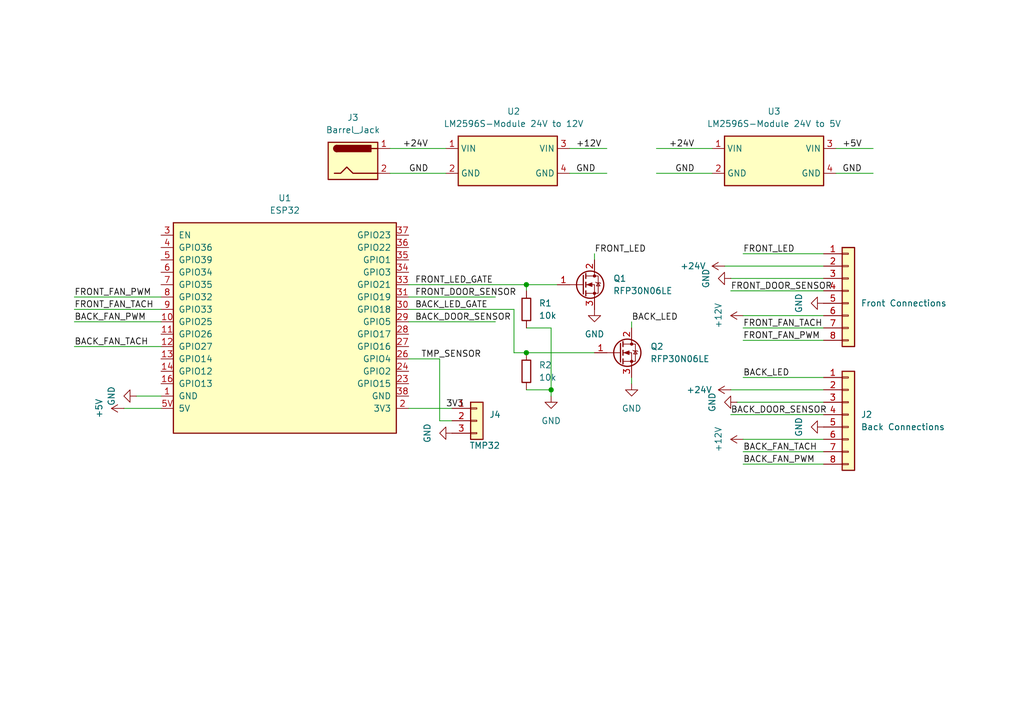
<source format=kicad_sch>
(kicad_sch (version 20250114) (generator "eeschema") (generator_version "9.0")
  (paper "A5")
  (title_block (title "Server Rack Light and Fan Control") (date "2025-09-29") (rev "1") (comment 1 "For DIY Quiet Server Rack") (comment 2 "Controls 24V LED strips, 12V fans, door sensors, and temperature sensor"))
  (lib_symbols
    (symbol "Connector:Barrel_Jack" (pin_names (offset 1.016))
      (property "Reference" "J" (at 0 5.334 0))
      (property "Value" "Barrel_Jack" (at 0 -5.08 0))
      (symbol "Barrel_Jack_0_1"
        (rectangle (start -5.08 3.81) (end 5.08 -3.81) (stroke (width 0.254)) (fill (type background)))
        (polyline (pts (xy -3.81 -2.54) (xy -2.54 -2.54) (xy -1.27 -1.27) (xy 0 -2.54) (xy 2.54 -2.54) (xy 5.08 -2.54)) (stroke (width 0.254)))
        (arc (start -3.302 1.905) (mid -3.9343 2.54) (end -3.302 3.175) (stroke (width 0.254)))
        (arc (start -3.302 1.905) (mid -3.9343 2.54) (end -3.302 3.175) (stroke (width 0.254)) (fill (type outline)))
        (rectangle (start 3.683 3.175) (end -3.302 1.905) (stroke (width 0.254)) (fill (type outline)))
        (polyline (pts (xy 5.08 2.54) (xy 3.81 2.54)) (stroke (width 0.254)))
      )
      (symbol "Barrel_Jack_1_1"
        (pin passive line (at 7.62 2.54 180) (length 2.54) (name "~") (number "1"))
        (pin passive line (at 7.62 -2.54 180) (length 2.54) (name "~") (number "2"))
      )
    )
    (symbol "Connector_Generic:Conn_01x03" (pin_names (offset 1.016) (hide yes))
      (property "Reference" "J" (at 0 5.08 0))
      (property "Value" "Conn_01x03" (at 0 -5.08 0))
      (symbol "Conn_01x03_1_1"
        (rectangle (start -1.27 3.81) (end 1.27 -3.81) (stroke (width 0.254)) (fill (type background)))
        (rectangle (start -1.27 2.667) (end 0 2.413) (stroke (width 0.1524)))
        (rectangle (start -1.27 0.127) (end 0 -0.127) (stroke (width 0.1524)))
        (rectangle (start -1.27 -2.413) (end 0 -2.667) (stroke (width 0.1524)))
        (pin passive line (at -5.08 2.54 0) (length 3.81) (name "Pin_1") (number "1"))
        (pin passive line (at -5.08 0 0) (length 3.81) (name "Pin_2") (number "2"))
        (pin passive line (at -5.08 -2.54 0) (length 3.81) (name "Pin_3") (number "3"))
      )
    )
    (symbol "Connector_Generic:Conn_01x08" (pin_names (offset 1.016) (hide yes))
      (property "Reference" "J" (at 0 10.16 0))
      (property "Value" "Conn_01x08" (at 0 -12.7 0))
      (symbol "Conn_01x08_1_1"
        (rectangle (start -1.27 8.89) (end 1.27 -11.43) (stroke (width 0.254)) (fill (type background)))
        (rectangle (start -1.27 7.747) (end 0 7.493) (stroke (width 0.1524)))
        (rectangle (start -1.27 5.207) (end 0 4.953) (stroke (width 0.1524)))
        (rectangle (start -1.27 2.667) (end 0 2.413) (stroke (width 0.1524)))
        (rectangle (start -1.27 0.127) (end 0 -0.127) (stroke (width 0.1524)))
        (rectangle (start -1.27 -2.413) (end 0 -2.667) (stroke (width 0.1524)))
        (rectangle (start -1.27 -4.953) (end 0 -5.207) (stroke (width 0.1524)))
        (rectangle (start -1.27 -7.493) (end 0 -7.747) (stroke (width 0.1524)))
        (rectangle (start -1.27 -10.033) (end 0 -10.287) (stroke (width 0.1524)))
        (pin passive line (at -5.08 7.62 0) (length 3.81) (name "Pin_1") (number "1"))
        (pin passive line (at -5.08 5.08 0) (length 3.81) (name "Pin_2") (number "2"))
        (pin passive line (at -5.08 2.54 0) (length 3.81) (name "Pin_3") (number "3"))
        (pin passive line (at -5.08 0 0) (length 3.81) (name "Pin_4") (number "4"))
        (pin passive line (at -5.08 -2.54 0) (length 3.81) (name "Pin_5") (number "5"))
        (pin passive line (at -5.08 -5.08 0) (length 3.81) (name "Pin_6") (number "6"))
        (pin passive line (at -5.08 -7.62 0) (length 3.81) (name "Pin_7") (number "7"))
        (pin passive line (at -5.08 -10.16 0) (length 3.81) (name "Pin_8") (number "8"))
      )
    )
    (symbol "PCM_SL_Resistors:10k"
      (property "Reference" "R" (at 0 5.08 0))
      (property "Value" "10k" (at 0 2.54 0))
      (symbol "10k_0_1"
        (rectangle (start -2.286 0.889) (end 2.286 -0.889) (stroke (width 0.24)))
      )
      (symbol "10k_1_1"
        (pin passive line (at -3.81 0 0) (length 1.5) (name "") (number "1"))
        (pin passive line (at 3.81 0 180) (length 1.5) (name "~") (number "2"))
      )
    )
    (symbol "mine:ESP-WROOM-32S-Development-Board" (pin_names (offset 1.016))
      (property "Reference" "U" (at -22.86 25.4 0))
      (property "Value" "ESP-WROOM-32S-Development-Board" (at -22.86 22.86 0))
      (symbol "ESP-WROOM-32S-Development-Board_0_1"
        (rectangle (start -22.86 20.32) (end 22.86 -22.86) (stroke (width 0.254)) (fill (type background)))
      )
      (symbol "ESP-WROOM-32S-Development-Board_1_0"
        (pin bidirectional line (at -25.4 15.24 0) (length 2.54) (name "GPIO36") (number "4"))
        (pin bidirectional line (at -25.4 12.7 0) (length 2.54) (name "GPIO39") (number "5"))
        (pin power_out line (at -25.4 -15.24 0) (length 2.54) (name "GND") (number "1"))
        (pin bidirectional line (at 25.4 17.78 180) (length 2.54) (name "GPIO23") (number "37"))
      )
      (symbol "ESP-WROOM-32S-Development-Board_1_1"
        (pin unspecified line (at -25.4 17.78 0) (length 2.54) (name "EN") (number "3"))
        (pin bidirectional line (at -25.4 10.16 0) (length 2.54) (name "GPIO34") (number "6"))
        (pin bidirectional line (at -25.4 7.62 0) (length 2.54) (name "GPIO35") (number "7"))
        (pin bidirectional line (at -25.4 5.08 0) (length 2.54) (name "GPIO32") (number "8"))
        (pin bidirectional line (at -25.4 2.54 0) (length 2.54) (name "GPIO33") (number "9"))
        (pin bidirectional line (at -25.4 0 0) (length 2.54) (name "GPIO25") (number "10"))
        (pin bidirectional line (at -25.4 -2.54 0) (length 2.54) (name "GPIO26") (number "11"))
        (pin bidirectional line (at -25.4 -5.08 0) (length 2.54) (name "GPIO27") (number "12"))
        (pin bidirectional line (at -25.4 -7.62 0) (length 2.54) (name "GPIO14") (number "13"))
        (pin bidirectional line (at -25.4 -10.16 0) (length 2.54) (name "GPIO12") (number "14"))
        (pin bidirectional line (at -25.4 -12.7 0) (length 2.54) (name "GPIO13") (number "16"))
        (pin power_in line (at -25.4 -17.78 0) (length 2.54) (name "5V") (number "5V"))
        (pin bidirectional line (at 25.4 15.24 180) (length 2.54) (name "GPIO22") (number "36"))
        (pin bidirectional line (at 25.4 12.7 180) (length 2.54) (name "GPIO1") (number "35"))
        (pin bidirectional line (at 25.4 10.16 180) (length 2.54) (name "GPIO3") (number "34"))
        (pin bidirectional line (at 25.4 7.62 180) (length 2.54) (name "GPIO21") (number "33"))
        (pin bidirectional line (at 25.4 5.08 180) (length 2.54) (name "GPIO19") (number "31"))
        (pin bidirectional line (at 25.4 2.54 180) (length 2.54) (name "GPIO18") (number "30"))
        (pin bidirectional line (at 25.4 0 180) (length 2.54) (name "GPIO5") (number "29"))
        (pin bidirectional line (at 25.4 -2.54 180) (length 2.54) (name "GPIO17") (number "28"))
        (pin bidirectional line (at 25.4 -5.08 180) (length 2.54) (name "GPIO16") (number "27"))
        (pin bidirectional line (at 25.4 -7.62 180) (length 2.54) (name "GPIO4") (number "26"))
        (pin bidirectional line (at 25.4 -10.16 180) (length 2.54) (name "GPIO2") (number "24"))
        (pin bidirectional line (at 25.4 -12.7 180) (length 2.54) (name "GPIO15") (number "23"))
        (pin power_out line (at 25.4 -15.24 180) (length 2.54) (name "GND") (number "38"))
        (pin power_out line (at 25.4 -17.78 180) (length 2.54) (name "3V3") (number "2"))
      )
    )
    (symbol "mine:LM2596S-Module"
      (property "Reference" "U2" (at 1.2065 10.16 0))
      (property "Value" "LM2596S-Module" (at 1.2065 7.62 0))
      (symbol "LM2596S-Module_0_1"
        (rectangle (start -10.16 5.08) (end 10.16 -5.08) (stroke (width 0.254)) (fill (type background)))
      )
      (symbol "LM2596S-Module_1_1"
        (pin power_in line (at -12.7 2.54 0) (length 2.54) (name "VIN") (number "1"))
        (pin input line (at -12.7 -2.54 0) (length 2.54) (name "GND") (number "2"))
        (pin power_out line (at 12.7 2.54 180) (length 2.54) (name "VIN") (number "3"))
        (pin output line (at 12.7 -2.54 180) (length 2.54) (name "GND") (number "4"))
      )
    )
    (symbol "mine:RFP30N06LE" (pin_names (hide yes))
      (property "Reference" "Q1" (at 6.35 1.2701 0))
      (property "Value" "RFP30N06LE" (at 6.35 -1.2699 0))
      (symbol "RFP30N06LE_0_1"
        (polyline (pts (xy 0.254 1.905) (xy 0.254 -1.905)) (stroke (width 0.254)))
        (polyline (pts (xy 0.254 0) (xy -2.54 0)))
        (polyline (pts (xy 0.762 2.286) (xy 0.762 1.27)) (stroke (width 0.254)))
        (polyline (pts (xy 0.762 0.508) (xy 0.762 -0.508)) (stroke (width 0.254)))
        (polyline (pts (xy 0.762 -1.27) (xy 0.762 -2.286)) (stroke (width 0.254)))
        (polyline (pts (xy 0.762 -1.778) (xy 3.302 -1.778) (xy 3.302 1.778) (xy 0.762 1.778)))
        (polyline (pts (xy 1.016 0) (xy 2.032 0.381) (xy 2.032 -0.381) (xy 1.016 0)) (fill (type outline)))
        (circle (center 1.651 0) (radius 2.794) (stroke (width 0.254)))
        (polyline (pts (xy 2.54 2.54) (xy 2.54 1.778)))
        (circle (center 2.54 1.778) (radius 0.254) (fill (type outline)))
        (circle (center 2.54 -1.778) (radius 0.254) (fill (type outline)))
        (polyline (pts (xy 2.54 -2.54) (xy 2.54 0) (xy 0.762 0)))
        (polyline (pts (xy 2.794 0.508) (xy 2.921 0.381) (xy 3.683 0.381) (xy 3.81 0.254)))
        (polyline (pts (xy 3.302 0.381) (xy 2.921 -0.254) (xy 3.683 -0.254) (xy 3.302 0.381)))
      )
      (symbol "RFP30N06LE_1_1"
        (pin input line (at -5.08 0 0) (length 2.54) (name "G") (number "1"))
        (pin passive line (at 2.54 5.08 270) (length 2.54) (name "D") (number "2"))
        (pin passive line (at 2.54 -5.08 90) (length 2.54) (name "S") (number "3"))
      )
    )
    (symbol "power:+12V" (power) (pin_numbers (hide yes)) (pin_names (offset 0) (hide yes))
      (property "Value" "+12V" (at 0 3.556 0))
      (symbol "+12V_0_1"
        (polyline (pts (xy -0.762 1.27) (xy 0 2.54)))
        (polyline (pts (xy 0 2.54) (xy 0.762 1.27)))
        (polyline (pts (xy 0 0) (xy 0 2.54)))
      )
      (symbol "+12V_1_1"
        (pin power_in line (at 0 0 90) (length 0) (name "~") (number "1"))
      )
    )
    (symbol "power:+5V" (power) (pin_numbers (hide yes)) (pin_names (offset 0) (hide yes))
      (property "Value" "+5V" (at 0 3.556 0))
      (symbol "+5V_0_1"
        (polyline (pts (xy -0.762 1.27) (xy 0 2.54)))
        (polyline (pts (xy 0 2.54) (xy 0.762 1.27)))
        (polyline (pts (xy 0 0) (xy 0 2.54)))
      )
      (symbol "+5V_1_1"
        (pin power_in line (at 0 0 90) (length 0) (name "~") (number "1"))
      )
    )
    (symbol "power:GND" (power) (pin_numbers (hide yes)) (pin_names (offset 0) (hide yes))
      (property "Value" "GND" (at 0 -3.81 0))
      (symbol "GND_0_1"
        (polyline (pts (xy 0 0) (xy 0 -1.27) (xy 1.27 -1.27) (xy 0 -2.54) (xy -1.27 -1.27) (xy 0 -1.27)))
      )
      (symbol "GND_1_1"
        (pin power_in line (at 0 0 270) (length 0) (name "~") (number "1"))
      )
    )
  )
  (junction (at 107.95 58.42))
  (junction (at 113.03 80.01))
  (junction (at 107.95 72.39))
  (wire (pts (xy 105.41 72.39) (xy 107.95 72.39)))
  (wire (pts (xy 107.95 72.39) (xy 121.92 72.39)))
  (wire (pts (xy 15.24 71.12) (xy 33.02 71.12)))
  (wire (pts (xy 105.41 63.5) (xy 105.41 72.39)))
  (wire (pts (xy 107.95 80.01) (xy 113.03 80.01)))
  (wire (pts (xy 15.24 60.96) (xy 33.02 60.96)))
  (wire (pts (xy 152.4 90.17) (xy 168.91 90.17)))
  (wire (pts (xy 152.4 95.25) (xy 168.91 95.25)))
  (wire (pts (xy 129.54 78.74) (xy 129.54 77.47)))
  (wire (pts (xy 149.86 59.69) (xy 168.91 59.69)))
  (wire (pts (xy 116.84 30.48) (xy 124.46 30.48)))
  (wire (pts (xy 83.82 60.96) (xy 101.6 60.96)))
  (wire (pts (xy 33.02 81.28) (xy 27.94 81.28)))
  (wire (pts (xy 134.62 30.48) (xy 146.05 30.48)))
  (wire (pts (xy 25.4 83.82) (xy 33.02 83.82)))
  (wire (pts (xy 152.4 52.07) (xy 168.91 52.07)))
  (wire (pts (xy 15.24 63.5) (xy 33.02 63.5)))
  (wire (pts (xy 80.01 35.56) (xy 91.44 35.56)))
  (wire (pts (xy 92.71 86.36) (xy 90.17 86.36)))
  (wire (pts (xy 149.86 57.15) (xy 168.91 57.15)))
  (wire (pts (xy 83.82 83.82) (xy 92.71 83.82)))
  (wire (pts (xy 15.24 66.04) (xy 33.02 66.04)))
  (wire (pts (xy 149.86 80.01) (xy 168.91 80.01)))
  (wire (pts (xy 179.07 35.56) (xy 171.45 35.56)))
  (wire (pts (xy 171.45 30.48) (xy 179.07 30.48)))
  (wire (pts (xy 80.01 30.48) (xy 91.44 30.48)))
  (wire (pts (xy 152.4 67.31) (xy 168.91 67.31)))
  (wire (pts (xy 90.17 73.66) (xy 83.82 73.66)))
  (wire (pts (xy 124.46 35.56) (xy 116.84 35.56)))
  (wire (pts (xy 107.95 58.42) (xy 114.3 58.42)))
  (wire (pts (xy 151.13 82.55) (xy 168.91 82.55)))
  (wire (pts (xy 149.86 85.09) (xy 168.91 85.09)))
  (wire (pts (xy 152.4 64.77) (xy 168.91 64.77)))
  (wire (pts (xy 83.82 63.5) (xy 105.41 63.5)))
  (wire (pts (xy 129.54 67.31) (xy 129.54 66.04)))
  (wire (pts (xy 121.92 52.07) (xy 121.92 53.34)))
  (wire (pts (xy 152.4 92.71) (xy 168.91 92.71)))
  (wire (pts (xy 148.59 54.61) (xy 168.91 54.61)))
  (wire (pts (xy 134.62 35.56) (xy 146.05 35.56)))
  (wire (pts (xy 152.4 77.47) (xy 168.91 77.47)))
  (wire (pts (xy 113.03 67.31) (xy 113.03 80.01)))
  (wire (pts (xy 107.95 67.31) (xy 113.03 67.31)))
  (wire (pts (xy 152.4 69.85) (xy 168.91 69.85)))
  (wire (pts (xy 107.95 58.42) (xy 107.95 59.69)))
  (wire (pts (xy 83.82 66.04) (xy 101.6 66.04)))
  (wire (pts (xy 90.17 86.36) (xy 90.17 73.66)))
  (wire (pts (xy 113.03 80.01) (xy 113.03 81.28)))
  (wire (pts (xy 83.82 58.42) (xy 107.95 58.42)))
  (label "FRONT_FAN_PWM" (at 152.4 69.85 0))
  (label "3V3" (at 91.44 83.82 0))
  (label "FRONT_DOOR_SENSOR" (at 85.09 60.96 0))
  (label "+24V" (at 137.16 30.48 0))
  (label "BACK_LED" (at 152.4 77.47 0))
  (label "FRONT_DOOR_SENSOR" (at 149.86 59.69 0))
  (label "BACK_FAN_PWM" (at 15.24 66.04 0))
  (label "GND" (at 172.72 35.56 0))
  (label "+5V" (at 172.72 30.48 0))
  (label "GND" (at 118.11 35.56 0))
  (label "BACK_LED" (at 129.54 66.04 0))
  (label "+12V" (at 118.11 30.48 0))
  (label "BACK_DOOR_SENSOR" (at 149.86 85.09 0))
  (label "FRONT_LED" (at 152.4 52.07 0))
  (label "BACK_DOOR_SENSOR" (at 85.09 66.04 0))
  (label "FRONT_LED" (at 121.92 52.07 0))
  (label "GND" (at 138.43 35.56 0))
  (label "BACK_LED_GATE" (at 85.09 63.5 0))
  (label "FRONT_LED_GATE" (at 85.09 58.42 0))
  (label "TMP_SENSOR" (at 86.36 73.66 0))
  (label "FRONT_FAN_TACH" (at 152.4 67.31 0))
  (label "+24V" (at 82.55 30.48 0))
  (label "FRONT_FAN_TACH" (at 15.24 63.5 0))
  (label "BACK_FAN_TACH" (at 152.4 92.71 0))
  (label "BACK_FAN_PWM" (at 152.4 95.25 0))
  (label "FRONT_FAN_PWM" (at 15.24 60.96 0))
  (label "GND" (at 83.82 35.56 0))
  (label "BACK_FAN_TACH" (at 15.24 71.12 0))
  (symbol (lib_id "power:+12V") (at 152.4 90.17 90) (unit 1)
    (property "Reference" "#PWR012" (effects (hide yes)))
    (property "Value" "+12V" (at 147.32 90.17 0))
    (property "Description" "Power symbol creates a global label with name \"+12V\"" (effects (hide yes)))
  )
  (symbol (lib_id "power:+5V") (at 25.4 83.82 90) (unit 1)
    (property "Reference" "#PWR05" (effects (hide yes)))
    (property "Value" "+5V" (at 20.32 83.82 0))
    (property "Description" "Power symbol creates a global label with name \"+5V\"" (effects (hide yes)))
  )
  (symbol (lib_id "power:+12V") (at 149.86 80.01 90) (unit 1)
    (property "Reference" "#PWR010" (effects (hide yes)))
    (property "Value" "+24V" (at 146.05 80.0099 90) (effects (justify left)))
    (property "Description" "Power symbol creates a global label with name \"+12V\"" (effects (hide yes)))
  )
  (symbol (lib_id "power:GND") (at 149.86 57.15 270) (unit 1)
    (property "Reference" "#PWR06" (effects (hide yes)))
    (property "Value" "GND" (at 144.78 57.15 0))
    (property "Description" "Power symbol creates a global label with name \"GND\" , ground" (effects (hide yes)))
  )
  (symbol (lib_id "Connector:Barrel_Jack") (at 72.39 33.02 0) (unit 1)
    (property "Reference" "J3" (at 72.39 24.13 0))
    (property "Value" "Barrel_Jack" (at 72.39 26.67 0))
    (property "Footprint" "Connector_PinHeader_2.54mm:PinHeader_1x02_P2.54mm_Vertical" (effects (hide yes)))
    (property "Description" "DC Barrel Jack" (effects (hide yes)))
  )
  (symbol (lib_id "Connector_Generic:Conn_01x03") (at 97.79 86.36 0) (unit 1)
    (property "Reference" "J4" (at 100.33 85.0899 0) (effects (justify left)))
    (property "Value" "TMP32" (at 96.266 91.44 0) (effects (justify left)))
    (property "Footprint" "Connector_PinHeader_2.54mm:PinHeader_1x03_P2.54mm_Vertical" (effects (hide yes)))
    (property "Description" "Generic connector, single row, 01x03, script generated (kicad-library-utils/schlib/autogen/connector/)" (effects (hide yes)))
  )
  (symbol (lib_id "Connector_Generic:Conn_01x08") (at 173.99 59.69 0) (unit 1)
    (property "Reference" "J1" (effects (hide yes)))
    (property "Value" "Front Connections" (at 176.53 62.2299 0) (effects (justify left)))
    (property "Footprint" "Connector_PinHeader_2.54mm:PinHeader_1x08_P2.54mm_Horizontal" (effects (hide yes)))
    (property "Description" "Generic connector, single row, 01x08, script generated (kicad-library-utils/schlib/autogen/connector/)" (effects (hide yes)))
  )
  (symbol (lib_id "power:GND") (at 168.91 62.23 270) (unit 1)
    (property "Reference" "#PWR08" (effects (hide yes)))
    (property "Value" "GND" (at 163.83 62.23 0))
    (property "Description" "Power symbol creates a global label with name \"GND\" , ground" (effects (hide yes)))
  )
  (symbol (lib_id "mine:LM2596S-Module") (at 104.14 33.02 0) (unit 1)
    (property "Reference" "U2" (at 105.3465 22.86 0))
    (property "Value" "LM2596S-Module 24V to 12V" (at 105.3465 25.4 0))
    (property "Footprint" "Mine:LM2596 DC to DC High Efficiency Voltage Regulator 3.2-35V to 1.25-30V Buck Converter" (effects (hide yes)))
    (property "Datasheet" "http://www.ti.com/lit/ds/symlink/lm2596.pdf" (effects (hide yes)))
    (property "Description" "Adjustable 3A Step-Down Voltage Regulator, TO-263" (effects (hide yes)))
  )
  (symbol (lib_id "power:GND") (at 121.92 63.5 0) (unit 1)
    (property "Reference" "#PWR02" (effects (hide yes)))
    (property "Value" "GND" (at 121.92 68.58 0))
    (property "Description" "Power symbol creates a global label with name \"GND\" , ground" (effects (hide yes)))
  )
  (symbol (lib_id "power:GND") (at 113.03 81.28 0) (unit 1)
    (property "Reference" "#PWR03" (effects (hide yes)))
    (property "Value" "GND" (at 113.03 86.36 0))
    (property "Description" "Power symbol creates a global label with name \"GND\" , ground" (effects (hide yes)))
  )
  (symbol (lib_id "PCM_SL_Resistors:10k") (at 107.95 63.5 270) (unit 1)
    (property "Reference" "R1" (at 110.49 62.2299 90) (effects (justify left)))
    (property "Value" "10k" (at 110.49 64.7699 90) (effects (justify left)))
    (property "Footprint" "Resistor_THT:R_Axial_DIN0207_L6.3mm_D2.5mm_P10.16mm_Horizontal" (effects (hide yes)))
    (property "Description" "10kΩ, 1/4W Resistor" (effects (hide yes)))
  )
  (symbol (lib_id "Connector_Generic:Conn_01x08") (at 173.99 85.09 0) (unit 1)
    (property "Reference" "J2" (at 176.53 85.0899 0) (effects (justify left)))
    (property "Value" "Back Connections" (at 176.53 87.6299 0) (effects (justify left)))
    (property "Footprint" "Connector_PinHeader_2.54mm:PinHeader_1x08_P2.54mm_Horizontal" (effects (hide yes)))
    (property "Description" "Generic connector, single row, 01x08, script generated (kicad-library-utils/schlib/autogen/connector/)" (effects (hide yes)))
  )
  (symbol (lib_id "mine:LM2596S-Module") (at 158.75 33.02 0) (unit 1)
    (property "Reference" "U3" (at 158.75 22.86 0))
    (property "Value" "LM2596S-Module 24V to 5V" (at 158.75 25.4 0))
    (property "Footprint" "Mine:LM2596 DC to DC High Efficiency Voltage Regulator 3.2-35V to 1.25-30V Buck Converter" (effects (hide yes)))
    (property "Datasheet" "http://www.ti.com/lit/ds/symlink/lm2596.pdf" (effects (hide yes)))
    (property "Description" "Adjustable 3A Step-Down Voltage Regulator, TO-263" (effects (hide yes)))
  )
  (symbol (lib_id "power:GND") (at 27.94 81.28 270) (unit 1)
    (property "Reference" "#PWR04" (effects (hide yes)))
    (property "Value" "GND" (at 22.86 81.28 0))
    (property "Description" "Power symbol creates a global label with name \"GND\" , ground" (effects (hide yes)))
  )
  (symbol (lib_id "mine:RFP30N06LE") (at 119.38 58.42 0) (unit 1)
    (property "Reference" "Q1" (at 125.73 57.1499 0) (effects (justify left)))
    (property "Value" "RFP30N06LE" (at 125.73 59.6899 0) (effects (justify left)))
    (property "Footprint" "Connector_PinHeader_2.54mm:PinHeader_1x03_P2.54mm_Vertical" (effects (hide yes)))
    (property "Datasheet" "https://www.infineon.com/dgdl/Infineon-BSF030NE2LQ-DS-v02_03-en.pdf?fileId=db3a30432e398416012e47a8f0792588" (effects (hide yes)))
    (property "Description" "75A Id, 25V Vds, 3mOhm Rds, N-Channel MOSFET, DirectFET SQ" (effects (hide yes)))
  )
  (symbol (lib_id "PCM_SL_Resistors:10k") (at 107.95 76.2 270) (unit 1)
    (property "Reference" "R2" (at 110.49 74.9299 90) (effects (justify left)))
    (property "Value" "10k" (at 110.49 77.4699 90) (effects (justify left)))
    (property "Footprint" "Resistor_THT:R_Axial_DIN0207_L6.3mm_D2.5mm_P10.16mm_Horizontal" (effects (hide yes)))
    (property "Description" "10kΩ, 1/4W Resistor" (effects (hide yes)))
  )
  (symbol (lib_id "power:+12V") (at 152.4 64.77 90) (unit 1)
    (property "Reference" "#PWR013" (effects (hide yes)))
    (property "Value" "+12V" (at 147.32 64.77 0))
    (property "Description" "Power symbol creates a global label with name \"+12V\"" (effects (hide yes)))
  )
  (symbol (lib_id "power:GND") (at 168.91 87.63 270) (unit 1)
    (property "Reference" "#PWR09" (effects (hide yes)))
    (property "Value" "GND" (at 163.83 87.63 0))
    (property "Description" "Power symbol creates a global label with name \"GND\" , ground" (effects (hide yes)))
  )
  (symbol (lib_id "power:GND") (at 92.71 88.9 270) (unit 1)
    (property "Reference" "#PWR014" (effects (hide yes)))
    (property "Value" "GND" (at 87.63 88.9 0))
    (property "Description" "Power symbol creates a global label with name \"GND\" , ground" (effects (hide yes)))
  )
  (symbol (lib_id "power:+12V") (at 148.59 54.61 90) (unit 1)
    (property "Reference" "#PWR011" (effects (hide yes)))
    (property "Value" "+24V" (at 144.78 54.6099 90) (effects (justify left)))
    (property "Description" "Power symbol creates a global label with name \"+12V\"" (effects (hide yes)))
  )
  (symbol (lib_id "mine:ESP-WROOM-32S-Development-Board") (at 58.42 66.04 0) (unit 1)
    (property "Reference" "U1" (at 58.42 40.64 0))
    (property "Value" "ESP32" (at 58.42 43.18 0))
    (property "Footprint" "Mine:ESP32-C3-DevKitM-1" (effects (hide yes)))
    (property "Datasheet" "https://docs.espressif.com/projects/espressif-esp-dev-kits/en/latest/esp32c6/esp32-c6-devkitm-1/index.html" (effects (hide yes)))
    (property "Description" "ESP-WROOM-32S-Dev-Board" (effects (hide yes)))
  )
  (symbol (lib_id "power:GND") (at 129.54 78.74 0) (unit 1)
    (property "Reference" "#PWR01" (effects (hide yes)))
    (property "Value" "GND" (at 129.54 83.82 0))
    (property "Description" "Power symbol creates a global label with name \"GND\" , ground" (effects (hide yes)))
  )
  (symbol (lib_id "power:GND") (at 151.13 82.55 270) (unit 1)
    (property "Reference" "#PWR07" (effects (hide yes)))
    (property "Value" "GND" (at 146.05 82.55 0))
    (property "Description" "Power symbol creates a global label with name \"GND\" , ground" (effects (hide yes)))
  )
  (symbol (lib_id "mine:RFP30N06LE") (at 127 72.39 0) (unit 1)
    (property "Reference" "Q2" (at 133.35 71.1199 0) (effects (justify left)))
    (property "Value" "RFP30N06LE" (at 133.35 73.6599 0) (effects (justify left)))
    (property "Footprint" "Connector_PinHeader_2.54mm:PinHeader_1x03_P2.54mm_Vertical" (effects (hide yes)))
    (property "Datasheet" "https://www.infineon.com/dgdl/Infineon-BSF030NE2LQ-DS-v02_03-en.pdf?fileId=db3a30432e398416012e47a8f0792588" (effects (hide yes)))
    (property "Description" "75A Id, 25V Vds, 3mOhm Rds, N-Channel MOSFET, DirectFET SQ" (effects (hide yes)))
  )
)
</source>
